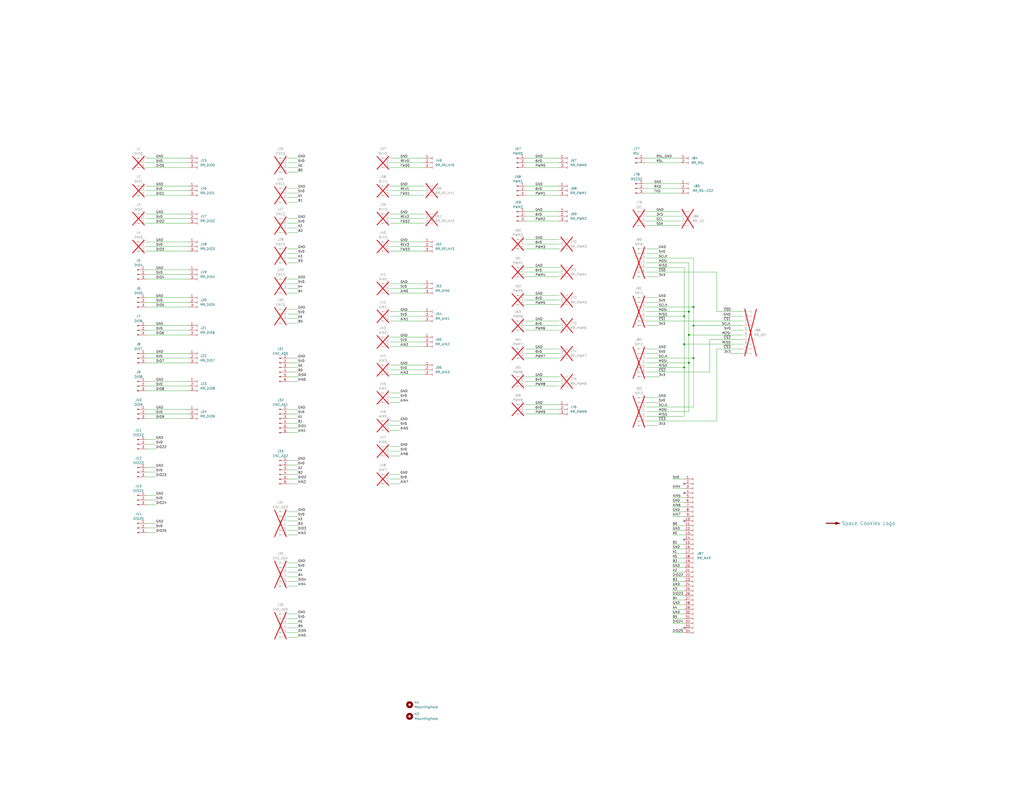
<source format=kicad_sch>
(kicad_sch (version 20250114) (generator "eeschema") (generator_version "9.0")
  (paper "C")
  (title_block (title "roboRIO Inteface") (date "2025-12-31") (rev "3") (company "1868 Space Cookies"))
  (junction (at 375.92 198.12))
  (junction (at 378.46 195.58))
  (junction (at 373.38 187.96))
  (junction (at 373.38 200.66))
  (junction (at 373.38 172.72))
  (junction (at 378.46 177.8))
  (junction (at 375.92 182.88))
  (junction (at 375.92 170.18))
  (junction (at 378.46 167.64))
  (no_connect (at 373.38 342.9))
  (no_connect (at 373.38 264.16))
  (no_connect (at 373.38 269.24))
  (no_connect (at 373.38 284.48))
  (no_connect (at 373.38 294.64))
  (wire (pts (xy 367.03 276.86) (xy 373.38 276.86)))
  (wire (pts (xy 391.16 170.18) (xy 391.16 148.59)))
  (wire (pts (xy 213.36 248.92) (xy 218.44 248.92)))
  (wire (pts (xy 157.48 105.41) (xy 162.56 105.41)))
  (wire (pts (xy 157.48 317.5) (xy 162.56 317.5)))
  (wire (pts (xy 157.48 124.46) (xy 162.56 124.46)))
  (wire (pts (xy 157.48 208.28) (xy 162.56 208.28)))
  (wire (pts (xy 353.06 162.56) (xy 359.41 162.56)))
  (wire (pts (xy 80.01 152.4) (xy 102.87 152.4)))
  (wire (pts (xy 387.35 185.42) (xy 387.35 203.2)))
  (wire (pts (xy 367.03 261.62) (xy 373.38 261.62)))
  (wire (pts (xy 157.48 347.98) (xy 162.56 347.98)))
  (wire (pts (xy 375.92 170.18) (xy 375.92 182.88)))
  (wire (pts (xy 373.38 146.05) (xy 373.38 172.72)))
  (wire (pts (xy 353.06 222.25) (xy 378.46 222.25)))
  (wire (pts (xy 353.06 146.05) (xy 373.38 146.05)))
  (wire (pts (xy 287.02 106.68) (xy 304.8 106.68)))
  (wire (pts (xy 157.48 261.62) (xy 162.56 261.62)))
  (wire (pts (xy 367.03 312.42) (xy 373.38 312.42)))
  (wire (pts (xy 213.36 154.94) (xy 231.14 154.94)))
  (wire (pts (xy 213.36 172.72) (xy 231.14 172.72)))
  (wire (pts (xy 213.36 157.48) (xy 231.14 157.48)))
  (wire (pts (xy 213.36 134.62) (xy 231.14 134.62)))
  (wire (pts (xy 387.35 185.42) (xy 405.13 185.42)))
  (wire (pts (xy 398.78 172.72) (xy 405.13 172.72)))
  (wire (pts (xy 367.03 340.36) (xy 373.38 340.36)))
  (wire (pts (xy 353.06 138.43) (xy 359.41 138.43)))
  (wire (pts (xy 353.06 229.87) (xy 391.16 229.87)))
  (wire (pts (xy 80.01 257.81) (xy 85.09 257.81)))
  (wire (pts (xy 157.48 345.44) (xy 162.56 345.44)))
  (wire (pts (xy 353.06 172.72) (xy 373.38 172.72)))
  (wire (pts (xy 80.01 270.51) (xy 85.09 270.51)))
  (wire (pts (xy 80.01 223.52) (xy 102.87 223.52)))
  (wire (pts (xy 367.03 302.26) (xy 373.38 302.26)))
  (wire (pts (xy 287.02 163.83) (xy 304.8 163.83)))
  (wire (pts (xy 157.48 135.89) (xy 162.56 135.89)))
  (wire (pts (xy 353.06 170.18) (xy 375.92 170.18)))
  (wire (pts (xy 353.06 177.8) (xy 359.41 177.8)))
  (wire (pts (xy 157.48 205.74) (xy 162.56 205.74)))
  (wire (pts (xy 157.48 110.49) (xy 162.56 110.49)))
  (wire (pts (xy 157.48 287.02) (xy 162.56 287.02)))
  (wire (pts (xy 80.01 195.58) (xy 102.87 195.58)))
  (wire (pts (xy 157.48 143.51) (xy 162.56 143.51)))
  (wire (pts (xy 367.03 307.34) (xy 373.38 307.34)))
  (wire (pts (xy 213.36 199.39) (xy 231.14 199.39)))
  (wire (pts (xy 157.48 140.97) (xy 162.56 140.97)))
  (wire (pts (xy 367.03 335.28) (xy 373.38 335.28)))
  (wire (pts (xy 157.48 289.56) (xy 162.56 289.56)))
  (wire (pts (xy 353.06 175.26) (xy 405.13 175.26)))
  (wire (pts (xy 373.38 187.96) (xy 373.38 200.66)))
  (wire (pts (xy 80.01 86.36) (xy 102.87 86.36)))
  (wire (pts (xy 80.01 285.75) (xy 85.09 285.75)))
  (wire (pts (xy 157.48 154.94) (xy 162.56 154.94)))
  (wire (pts (xy 157.48 307.34) (xy 162.56 307.34)))
  (wire (pts (xy 213.36 232.41) (xy 218.44 232.41)))
  (wire (pts (xy 213.36 204.47) (xy 231.14 204.47)))
  (wire (pts (xy 157.48 337.82) (xy 162.56 337.82)))
  (wire (pts (xy 287.02 133.35) (xy 304.8 133.35)))
  (wire (pts (xy 157.48 171.45) (xy 162.56 171.45)))
  (wire (pts (xy 213.36 119.38) (xy 231.14 119.38)))
  (wire (pts (xy 351.79 100.33) (xy 370.84 100.33)))
  (wire (pts (xy 213.36 264.16) (xy 218.44 264.16)))
  (wire (pts (xy 213.36 184.15) (xy 231.14 184.15)))
  (wire (pts (xy 80.01 180.34) (xy 102.87 180.34)))
  (wire (pts (xy 287.02 130.81) (xy 304.8 130.81)))
  (wire (pts (xy 80.01 242.57) (xy 85.09 242.57)))
  (wire (pts (xy 213.36 132.08) (xy 231.14 132.08)))
  (wire (pts (xy 80.01 275.59) (xy 85.09 275.59)))
  (wire (pts (xy 353.06 227.33) (xy 373.38 227.33)))
  (wire (pts (xy 367.03 314.96) (xy 373.38 314.96)))
  (wire (pts (xy 80.01 88.9) (xy 102.87 88.9)))
  (wire (pts (xy 157.48 107.95) (xy 162.56 107.95)))
  (wire (pts (xy 353.06 148.59) (xy 391.16 148.59)))
  (wire (pts (xy 367.03 337.82) (xy 373.38 337.82)))
  (wire (pts (xy 351.79 88.9) (xy 370.84 88.9)))
  (wire (pts (xy 213.36 259.08) (xy 218.44 259.08)))
  (wire (pts (xy 287.02 91.44) (xy 304.8 91.44)))
  (wire (pts (xy 157.48 88.9) (xy 162.56 88.9)))
  (wire (pts (xy 391.16 170.18) (xy 405.13 170.18)))
  (wire (pts (xy 213.36 261.62) (xy 218.44 261.62)))
  (wire (pts (xy 287.02 161.29) (xy 304.8 161.29)))
  (wire (pts (xy 287.02 120.65) (xy 304.8 120.65)))
  (wire (pts (xy 353.06 200.66) (xy 373.38 200.66)))
  (wire (pts (xy 367.03 266.7) (xy 373.38 266.7)))
  (wire (pts (xy 353.06 195.58) (xy 378.46 195.58)))
  (wire (pts (xy 353.06 193.04) (xy 359.41 193.04)))
  (wire (pts (xy 287.02 88.9) (xy 304.8 88.9)))
  (wire (pts (xy 157.48 160.02) (xy 162.56 160.02)))
  (wire (pts (xy 373.38 187.96) (xy 405.13 187.96)))
  (wire (pts (xy 157.48 314.96) (xy 162.56 314.96)))
  (wire (pts (xy 367.03 304.8) (xy 373.38 304.8)))
  (wire (pts (xy 80.01 116.84) (xy 102.87 116.84)))
  (wire (pts (xy 213.36 104.14) (xy 231.14 104.14)))
  (wire (pts (xy 353.06 123.19) (xy 370.84 123.19)))
  (wire (pts (xy 157.48 176.53) (xy 162.56 176.53)))
  (wire (pts (xy 353.06 140.97) (xy 378.46 140.97)))
  (wire (pts (xy 213.36 86.36) (xy 231.14 86.36)))
  (wire (pts (xy 157.48 281.94) (xy 162.56 281.94)))
  (wire (pts (xy 157.48 86.36) (xy 162.56 86.36)))
  (wire (pts (xy 80.01 260.35) (xy 85.09 260.35)))
  (wire (pts (xy 157.48 168.91) (xy 162.56 168.91)))
  (wire (pts (xy 157.48 254) (xy 162.56 254)))
  (wire (pts (xy 367.03 317.5) (xy 373.38 317.5)))
  (wire (pts (xy 367.03 274.32) (xy 373.38 274.32)))
  (wire (pts (xy 80.01 240.03) (xy 85.09 240.03)))
  (wire (pts (xy 378.46 140.97) (xy 378.46 167.64)))
  (wire (pts (xy 367.03 279.4) (xy 373.38 279.4)))
  (wire (pts (xy 80.01 208.28) (xy 102.87 208.28)))
  (wire (pts (xy 157.48 236.22) (xy 162.56 236.22)))
  (wire (pts (xy 378.46 167.64) (xy 378.46 177.8)))
  (wire (pts (xy 351.79 105.41) (xy 370.84 105.41)))
  (wire (pts (xy 157.48 226.06) (xy 162.56 226.06)))
  (wire (pts (xy 213.36 217.17) (xy 218.44 217.17)))
  (wire (pts (xy 157.48 157.48) (xy 162.56 157.48)))
  (wire (pts (xy 80.01 198.12) (xy 102.87 198.12)))
  (wire (pts (xy 80.01 290.83) (xy 85.09 290.83)))
  (wire (pts (xy 373.38 200.66) (xy 373.38 227.33)))
  (wire (pts (xy 213.36 229.87) (xy 218.44 229.87)))
  (wire (pts (xy 367.03 309.88) (xy 373.38 309.88)))
  (wire (pts (xy 353.06 120.65) (xy 370.84 120.65)))
  (wire (pts (xy 157.48 292.1) (xy 162.56 292.1)))
  (wire (pts (xy 353.06 205.74) (xy 359.41 205.74)))
  (wire (pts (xy 157.48 127) (xy 162.56 127)))
  (wire (pts (xy 287.02 208.28) (xy 304.8 208.28)))
  (wire (pts (xy 213.36 243.84) (xy 218.44 243.84)))
  (wire (pts (xy 353.06 198.12) (xy 375.92 198.12)))
  (wire (pts (xy 80.01 91.44) (xy 102.87 91.44)))
  (wire (pts (xy 157.48 203.2) (xy 162.56 203.2)))
  (wire (pts (xy 157.48 231.14) (xy 162.56 231.14)))
  (wire (pts (xy 367.03 332.74) (xy 373.38 332.74)))
  (wire (pts (xy 287.02 104.14) (xy 304.8 104.14)))
  (wire (pts (xy 80.01 288.29) (xy 85.09 288.29)))
  (wire (pts (xy 213.36 201.93) (xy 231.14 201.93)))
  (wire (pts (xy 213.36 121.92) (xy 231.14 121.92)))
  (wire (pts (xy 157.48 320.04) (xy 162.56 320.04)))
  (wire (pts (xy 157.48 138.43) (xy 162.56 138.43)))
  (wire (pts (xy 373.38 172.72) (xy 373.38 187.96)))
  (wire (pts (xy 367.03 299.72) (xy 373.38 299.72)))
  (wire (pts (xy 367.03 322.58) (xy 373.38 322.58)))
  (wire (pts (xy 213.36 106.68) (xy 231.14 106.68)))
  (wire (pts (xy 367.03 297.18) (xy 373.38 297.18)))
  (wire (pts (xy 157.48 195.58) (xy 162.56 195.58)))
  (wire (pts (xy 287.02 190.5) (xy 304.8 190.5)))
  (wire (pts (xy 157.48 102.87) (xy 162.56 102.87)))
  (wire (pts (xy 375.92 198.12) (xy 375.92 224.79)))
  (wire (pts (xy 287.02 205.74) (xy 304.8 205.74)))
  (wire (pts (xy 287.02 180.34) (xy 304.8 180.34)))
  (wire (pts (xy 375.92 182.88) (xy 405.13 182.88)))
  (wire (pts (xy 353.06 118.11) (xy 370.84 118.11)))
  (wire (pts (xy 213.36 234.95) (xy 218.44 234.95)))
  (wire (pts (xy 157.48 256.54) (xy 162.56 256.54)))
  (wire (pts (xy 367.03 287.02) (xy 373.38 287.02)))
  (wire (pts (xy 80.01 147.32) (xy 102.87 147.32)))
  (wire (pts (xy 287.02 166.37) (xy 304.8 166.37)))
  (wire (pts (xy 80.01 106.68) (xy 102.87 106.68)))
  (wire (pts (xy 367.03 281.94) (xy 373.38 281.94)))
  (wire (pts (xy 353.06 167.64) (xy 378.46 167.64)))
  (wire (pts (xy 213.36 116.84) (xy 231.14 116.84)))
  (wire (pts (xy 80.01 177.8) (xy 102.87 177.8)))
  (wire (pts (xy 353.06 190.5) (xy 359.41 190.5)))
  (wire (pts (xy 353.06 151.13) (xy 359.41 151.13)))
  (wire (pts (xy 213.36 175.26) (xy 231.14 175.26)))
  (wire (pts (xy 353.06 135.89) (xy 359.41 135.89)))
  (wire (pts (xy 80.01 137.16) (xy 102.87 137.16)))
  (wire (pts (xy 353.06 115.57) (xy 370.84 115.57)))
  (wire (pts (xy 80.01 167.64) (xy 102.87 167.64)))
  (wire (pts (xy 213.36 101.6) (xy 231.14 101.6)))
  (wire (pts (xy 367.03 327.66) (xy 373.38 327.66)))
  (wire (pts (xy 213.36 137.16) (xy 231.14 137.16)))
  (wire (pts (xy 80.01 101.6) (xy 102.87 101.6)))
  (wire (pts (xy 353.06 165.1) (xy 359.41 165.1)))
  (wire (pts (xy 157.48 251.46) (xy 162.56 251.46)))
  (wire (pts (xy 157.48 335.28) (xy 162.56 335.28)))
  (wire (pts (xy 157.48 198.12) (xy 162.56 198.12)))
  (wire (pts (xy 287.02 226.06) (xy 304.8 226.06)))
  (wire (pts (xy 80.01 149.86) (xy 102.87 149.86)))
  (wire (pts (xy 157.48 200.66) (xy 162.56 200.66)))
  (wire (pts (xy 287.02 151.13) (xy 304.8 151.13)))
  (wire (pts (xy 157.48 284.48) (xy 162.56 284.48)))
  (wire (pts (xy 80.01 134.62) (xy 102.87 134.62)))
  (wire (pts (xy 287.02 135.89) (xy 304.8 135.89)))
  (wire (pts (xy 287.02 115.57) (xy 304.8 115.57)))
  (wire (pts (xy 287.02 210.82) (xy 304.8 210.82)))
  (wire (pts (xy 287.02 101.6) (xy 304.8 101.6)))
  (wire (pts (xy 213.36 246.38) (xy 218.44 246.38)))
  (wire (pts (xy 353.06 232.41) (xy 359.41 232.41)))
  (wire (pts (xy 213.36 186.69) (xy 231.14 186.69)))
  (wire (pts (xy 80.01 162.56) (xy 102.87 162.56)))
  (wire (pts (xy 80.01 273.05) (xy 85.09 273.05)))
  (wire (pts (xy 287.02 193.04) (xy 304.8 193.04)))
  (wire (pts (xy 367.03 345.44) (xy 373.38 345.44)))
  (wire (pts (xy 157.48 119.38) (xy 162.56 119.38)))
  (wire (pts (xy 353.06 219.71) (xy 359.41 219.71)))
  (wire (pts (xy 351.79 86.36) (xy 370.84 86.36)))
  (wire (pts (xy 287.02 118.11) (xy 304.8 118.11)))
  (wire (pts (xy 80.01 210.82) (xy 102.87 210.82)))
  (wire (pts (xy 157.48 233.68) (xy 162.56 233.68)))
  (wire (pts (xy 353.06 143.51) (xy 375.92 143.51)))
  (wire (pts (xy 80.01 165.1) (xy 102.87 165.1)))
  (wire (pts (xy 213.36 189.23) (xy 231.14 189.23)))
  (wire (pts (xy 80.01 104.14) (xy 102.87 104.14)))
  (wire (pts (xy 353.06 203.2) (xy 387.35 203.2)))
  (wire (pts (xy 157.48 223.52) (xy 162.56 223.52)))
  (wire (pts (xy 287.02 177.8) (xy 304.8 177.8)))
  (wire (pts (xy 213.36 160.02) (xy 231.14 160.02)))
  (wire (pts (xy 213.36 170.18) (xy 231.14 170.18)))
  (wire (pts (xy 157.48 93.98) (xy 162.56 93.98)))
  (wire (pts (xy 80.01 182.88) (xy 102.87 182.88)))
  (wire (pts (xy 391.16 190.5) (xy 405.13 190.5)))
  (wire (pts (xy 378.46 195.58) (xy 378.46 222.25)))
  (wire (pts (xy 375.92 182.88) (xy 375.92 198.12)))
  (wire (pts (xy 378.46 177.8) (xy 378.46 195.58)))
  (wire (pts (xy 157.48 342.9) (xy 162.56 342.9)))
  (wire (pts (xy 375.92 143.51) (xy 375.92 170.18)))
  (wire (pts (xy 367.03 292.1) (xy 373.38 292.1)))
  (wire (pts (xy 80.01 121.92) (xy 102.87 121.92)))
  (wire (pts (xy 287.02 195.58) (xy 304.8 195.58)))
  (wire (pts (xy 80.01 132.08) (xy 102.87 132.08)))
  (wire (pts (xy 80.01 255.27) (xy 85.09 255.27)))
  (wire (pts (xy 378.46 177.8) (xy 405.13 177.8)))
  (wire (pts (xy 287.02 220.98) (xy 304.8 220.98)))
  (wire (pts (xy 213.36 219.71) (xy 218.44 219.71)))
  (wire (pts (xy 80.01 228.6) (xy 102.87 228.6)))
  (wire (pts (xy 287.02 86.36) (xy 304.8 86.36)))
  (wire (pts (xy 157.48 259.08) (xy 162.56 259.08)))
  (wire (pts (xy 353.06 224.79) (xy 375.92 224.79)))
  (wire (pts (xy 367.03 325.12) (xy 373.38 325.12)))
  (wire (pts (xy 213.36 214.63) (xy 218.44 214.63)))
  (wire (pts (xy 367.03 320.04) (xy 373.38 320.04)))
  (wire (pts (xy 157.48 279.4) (xy 162.56 279.4)))
  (wire (pts (xy 367.03 271.78) (xy 373.38 271.78)))
  (wire (pts (xy 157.48 91.44) (xy 162.56 91.44)))
  (wire (pts (xy 157.48 173.99) (xy 162.56 173.99)))
  (wire (pts (xy 353.06 217.17) (xy 359.41 217.17)))
  (wire (pts (xy 80.01 245.11) (xy 85.09 245.11)))
  (wire (pts (xy 391.16 190.5) (xy 391.16 229.87)))
  (wire (pts (xy 80.01 213.36) (xy 102.87 213.36)))
  (wire (pts (xy 351.79 102.87) (xy 370.84 102.87)))
  (wire (pts (xy 367.03 330.2) (xy 373.38 330.2)))
  (wire (pts (xy 157.48 312.42) (xy 162.56 312.42)))
  (wire (pts (xy 157.48 264.16) (xy 162.56 264.16)))
  (wire (pts (xy 398.78 180.34) (xy 405.13 180.34)))
  (wire (pts (xy 398.78 193.04) (xy 405.13 193.04)))
  (wire (pts (xy 80.01 193.04) (xy 102.87 193.04)))
  (wire (pts (xy 157.48 121.92) (xy 162.56 121.92)))
  (wire (pts (xy 80.01 119.38) (xy 102.87 119.38)))
  (wire (pts (xy 367.03 289.56) (xy 373.38 289.56)))
  (wire (pts (xy 213.36 88.9) (xy 231.14 88.9)))
  (wire (pts (xy 157.48 228.6) (xy 162.56 228.6)))
  (wire (pts (xy 157.48 152.4) (xy 162.56 152.4)))
  (wire (pts (xy 213.36 91.44) (xy 231.14 91.44)))
  (wire (pts (xy 157.48 340.36) (xy 162.56 340.36)))
  (wire (pts (xy 287.02 146.05) (xy 304.8 146.05)))
  (wire (pts (xy 287.02 148.59) (xy 304.8 148.59)))
  (wire (pts (xy 157.48 309.88) (xy 162.56 309.88)))
  (wire (pts (xy 287.02 175.26) (xy 304.8 175.26)))
  (wire (pts (xy 287.02 223.52) (xy 304.8 223.52)))
  (wire (pts (xy 80.01 226.06) (xy 102.87 226.06)))
  (label "GND" (at 292.1 161.29 0))
  (label "3V3" (at 359.41 151.13 0))
  (label "GND" (at 218.44 132.08 0))
  (label "5V0" (at 218.44 232.41 0))
  (label "RSL_GND" (at 358.14 86.36 0))
  (label "B2" (at 367.03 307.34 0))
  (label "PWM9" (at 292.1 226.06 0))
  (label "6V0" (at 292.1 163.83 0))
  (label "3V3" (at 398.78 193.04 180))
  (label "B3" (at 367.03 317.5 0))
  (label "B3" (at 162.56 287.02 0))
  (label "~{CS2}" (at 359.41 203.2 0))
  (label "AIN7" (at 218.44 264.16 0))
  (label "3V3" (at 359.41 177.8 0))
  (label "GND" (at 162.56 195.58 0))
  (label "B1" (at 162.56 231.14 0))
  (label "AIN0" (at 218.44 160.02 0))
  (label "DIO23" (at 85.09 260.35 0))
  (label "5V0" (at 367.03 261.62 0))
  (label "DIO25" (at 85.09 290.83 0))
  (label "SCLK" (at 359.41 140.97 0))
  (label "5V0" (at 162.56 138.43 0))
  (label "5V0" (at 162.56 154.94 0))
  (label "DIO3" (at 162.56 289.56 0))
  (label "5V0" (at 85.09 210.82 0))
  (label "GND" (at 292.1 86.36 0))
  (label "FWD0" (at 218.44 91.44 0))
  (label "DIO0" (at 85.09 91.44 0))
  (label "5V0" (at 359.41 193.04 0))
  (label "5V0" (at 162.56 309.88 0))
  (label "A5" (at 162.56 173.99 0))
  (label "REV0" (at 218.44 88.9 0))
  (label "5V0" (at 85.09 134.62 0))
  (label "5V0" (at 359.41 219.71 0))
  (label "B4" (at 162.56 160.02 0))
  (label "5V0" (at 85.09 165.1 0))
  (label "FWD2" (at 218.44 121.92 0))
  (label "5V0" (at 162.56 105.41 0))
  (label "DIO3" (at 85.09 137.16 0))
  (label "A1" (at 162.56 228.6 0))
  (label "A0" (at 162.56 200.66 0))
  (label "A3" (at 367.03 322.58 0))
  (label "DIO4" (at 85.09 152.4 0))
  (label "DIO2" (at 162.56 261.62 0))
  (label "5V0" (at 162.56 171.45 0))
  (label "AIN4" (at 367.03 266.7 0))
  (label "GND" (at 162.56 135.89 0))
  (label "5V0" (at 162.56 226.06 0))
  (label "GND" (at 85.09 255.27 0))
  (label "GND" (at 292.1 146.05 0))
  (label "GND" (at 85.09 270.51 0))
  (label "5V0" (at 85.09 149.86 0))
  (label "6V0" (at 292.1 88.9 0))
  (label "DIO24" (at 367.03 340.36 0))
  (label "5V0" (at 359.41 165.1 0))
  (label "GND" (at 218.44 184.15 0))
  (label "TXD" (at 356.87 105.41 0))
  (label "GND" (at 162.56 251.46 0))
  (label "5V0" (at 162.56 281.94 0))
  (label "GND" (at 218.44 199.39 0))
  (label "AIN6" (at 218.44 248.92 0))
  (label "GND" (at 218.44 243.84 0))
  (label "GND" (at 359.41 217.17 0))
  (label "AIN5" (at 218.44 234.95 0))
  (label "5V0" (at 85.09 226.06 0))
  (label "~{CS3}" (at 398.78 190.5 180))
  (label "GND" (at 359.41 162.56 0))
  (label "GND" (at 367.03 320.04 0))
  (label "AIN5" (at 367.03 271.78 0))
  (label "GND" (at 85.09 86.36 0))
  (label "6V0" (at 292.1 208.28 0))
  (label "~{CS0}" (at 398.78 170.18 180))
  (label "A0" (at 162.56 91.44 0))
  (label "AIN3" (at 218.44 204.47 0))
  (label "6V0" (at 292.1 133.35 0))
  (label "MOSI" (at 359.41 143.51 0))
  (label "B3" (at 162.56 143.51 0))
  (label "AIN1" (at 218.44 175.26 0))
  (label "5V0" (at 359.41 138.43 0))
  (label "GND" (at 85.09 223.52 0))
  (label "RXD" (at 356.87 102.87 0))
  (label "5V0" (at 85.09 257.81 0))
  (label "GND" (at 358.14 115.57 0))
  (label "GND" (at 359.41 135.89 0))
  (label "5V0" (at 218.44 217.17 0))
  (label "5V0" (at 218.44 186.69 0))
  (label "GND" (at 85.09 162.56 0))
  (label "GND" (at 162.56 168.91 0))
  (label "A1" (at 367.03 302.26 0))
  (label "GND" (at 218.44 86.36 0))
  (label "6V0" (at 292.1 148.59 0))
  (label "AIN7" (at 367.03 281.94 0))
  (label "5V0" (at 162.56 254 0))
  (label "6V0" (at 292.1 223.52 0))
  (label "GND" (at 218.44 214.63 0))
  (label "MISO" (at 359.41 227.33 0))
  (label "PWM1" (at 292.1 106.68 0))
  (label "GND" (at 218.44 101.6 0))
  (label "MOSI" (at 398.78 182.88 180))
  (label "~{CS3}" (at 359.41 229.87 0))
  (label "GND" (at 367.03 309.88 0))
  (label "3V3" (at 359.41 205.74 0))
  (label "A4" (at 367.03 332.74 0))
  (label "GND" (at 162.56 102.87 0))
  (label "DIO25" (at 367.03 345.44 0))
  (label "GND" (at 218.44 170.18 0))
  (label "REV3" (at 218.44 134.62 0))
  (label "DIO1" (at 162.56 233.68 0))
  (label "MOSI" (at 359.41 170.18 0))
  (label "AIN4" (at 162.56 320.04 0))
  (label "SDA" (at 358.14 123.19 0))
  (label "DIO5" (at 85.09 167.64 0))
  (label "AIN5" (at 162.56 347.98 0))
  (label "MOSI" (at 359.41 198.12 0))
  (label "SCLK" (at 398.78 177.8 180))
  (label "MISO" (at 398.78 187.96 180))
  (label "RSL" (at 358.14 88.9 0))
  (label "GND" (at 356.87 100.33 0))
  (label "5V0" (at 85.09 104.14 0))
  (label "B2" (at 162.56 127 0))
  (label "5V0" (at 162.56 88.9 0))
  (label "DIO6" (at 85.09 182.88 0))
  (label "GND" (at 162.56 279.4 0))
  (label "GND" (at 85.09 208.28 0))
  (label "5V0" (at 218.44 261.62 0))
  (label "SCLK" (at 359.41 195.58 0))
  (label "5V0" (at 398.78 180.34 180))
  (label "6V0" (at 292.1 104.14 0))
  (label "GND" (at 359.41 190.5 0))
  (label "GND" (at 292.1 205.74 0))
  (label "DIO22" (at 85.09 245.11 0))
  (label "AIN2" (at 218.44 189.23 0))
  (label "GND" (at 218.44 259.08 0))
  (label "5V0" (at 218.44 246.38 0))
  (label "FWD3" (at 218.44 137.16 0))
  (label "GND" (at 292.1 175.26 0))
  (label "GND" (at 85.09 101.6 0))
  (label "A4" (at 162.56 157.48 0))
  (label "PWM6" (at 292.1 180.34 0))
  (label "B4" (at 367.03 327.66 0))
  (label "B1" (at 367.03 297.18 0))
  (label "5V0" (at 85.09 242.57 0))
  (label "DIO1" (at 85.09 106.68 0))
  (label "PWM5" (at 292.1 166.37 0))
  (label "MOSI" (at 359.41 224.79 0))
  (label "GND" (at 367.03 274.32 0))
  (label "~{CS0}" (at 359.41 148.59 0))
  (label "A5" (at 162.56 340.36 0))
  (label "~{CS2}" (at 398.78 185.42 180))
  (label "6V0" (at 292.1 193.04 0))
  (label "6V0" (at 292.1 177.8 0))
  (label "GND" (at 162.56 223.52 0))
  (label "PWM7" (at 292.1 195.58 0))
  (label "DIO23" (at 367.03 325.12 0))
  (label "GND" (at 162.56 86.36 0))
  (label "A4" (at 162.56 312.42 0))
  (label "A0" (at 367.03 292.1 0))
  (label "GND" (at 162.56 152.4 0))
  (label "5V0" (at 85.09 88.9 0))
  (label "B5" (at 162.56 342.9 0))
  (label "B5" (at 367.03 337.82 0))
  (label "GND" (at 218.44 154.94 0))
  (label "5V0" (at 218.44 172.72 0))
  (label "PWM3" (at 292.1 135.89 0))
  (label "GND" (at 162.56 335.28 0))
  (label "AIN3" (at 162.56 292.1 0))
  (label "DIO5" (at 162.56 345.44 0))
  (label "B2" (at 162.56 259.08 0))
  (label "SCL" (at 358.14 120.65 0))
  (label "GND" (at 162.56 307.34 0))
  (label "MISO" (at 359.41 200.66 0))
  (label "GND" (at 367.03 335.28 0))
  (label "~{CS1}" (at 359.41 175.26 0))
  (label "GND" (at 292.1 190.5 0))
  (label "5V0" (at 85.09 119.38 0))
  (label "DIO22" (at 367.03 314.96 0))
  (label "AIN4" (at 218.44 219.71 0))
  (label "B5" (at 162.56 176.53 0))
  (label "B0" (at 367.03 287.02 0))
  (label "PWM0" (at 292.1 91.44 0))
  (label "B0" (at 162.56 93.98 0))
  (label "SCLK" (at 359.41 167.64 0))
  (label "GND" (at 85.09 132.08 0))
  (label "GND" (at 85.09 177.8 0))
  (label "PWM2" (at 292.1 120.65 0))
  (label "5V0" (at 218.44 201.93 0))
  (label "GND" (at 367.03 330.2 0))
  (label "5V0" (at 162.56 337.82 0))
  (label "GND" (at 85.09 285.75 0))
  (label "GND" (at 367.03 289.56 0))
  (label "GND" (at 218.44 229.87 0))
  (label "A3" (at 162.56 284.48 0))
  (label "A2" (at 367.03 312.42 0))
  (label "DIO24" (at 85.09 275.59 0))
  (label "6V0" (at 292.1 118.11 0))
  (label "GND" (at 292.1 220.98 0))
  (label "GND" (at 367.03 299.72 0))
  (label "5V0" (at 162.56 121.92 0))
  (label "GND" (at 218.44 116.84 0))
  (label "5V0" (at 162.56 198.12 0))
  (label "PWM4" (at 292.1 151.13 0))
  (label "REV2" (at 218.44 119.38 0))
  (label "PWM8" (at 292.1 210.82 0))
  (label "5V0" (at 85.09 273.05 0))
  (label "GND" (at 162.56 119.38 0))
  (label "AIN2" (at 162.56 264.16 0))
  (label "GND" (at 85.09 147.32 0))
  (label "GND" (at 292.1 130.81 0))
  (label "DIO4" (at 162.56 317.5 0))
  (label "MISO" (at 359.41 172.72 0))
  (label "AIN0" (at 162.56 208.28 0))
  (label "REV1" (at 218.44 104.14 0))
  (label "B0" (at 162.56 203.2 0))
  (label "MISO" (at 359.41 146.05 0))
  (label "B4" (at 162.56 314.96 0))
  (label "3V3" (at 358.14 118.11 0))
  (label "5V0" (at 218.44 157.48 0))
  (label "GND" (at 367.03 279.4 0))
  (label "A2" (at 162.56 124.46 0))
  (label "GND" (at 398.78 172.72 180))
  (label "GND" (at 292.1 101.6 0))
  (label "GND" (at 292.1 115.57 0))
  (label "5V0" (at 85.09 195.58 0))
  (label "DIO7" (at 85.09 198.12 0))
  (label "A5" (at 367.03 304.8 0))
  (label "~{CS1}" (at 398.78 175.26 180))
  (label "3V3" (at 359.41 232.41 0))
  (label "GND" (at 85.09 240.03 0))
  (label "DIO2" (at 85.09 121.92 0))
  (label "5V0" (at 85.09 288.29 0))
  (label "DIO8" (at 85.09 213.36 0))
  (label "SCLK" (at 359.41 222.25 0))
  (label "DIO9" (at 85.09 228.6 0))
  (label "FWD1" (at 218.44 106.68 0))
  (label "DIO0" (at 162.56 205.74 0))
  (label "5V0" (at 85.09 180.34 0))
  (label "A2" (at 162.56 256.54 0))
  (label "GND" (at 85.09 193.04 0))
  (label "A1" (at 162.56 107.95 0))
  (label "AIN6" (at 367.03 276.86 0))
  (label "GND" (at 85.09 116.84 0))
  (label "B1" (at 162.56 110.49 0))
  (label "AIN1" (at 162.56 236.22 0))
  (label "A3" (at 162.56 140.97 0))
  (symbol (lib_id "Connector:Conn_01x04_Male") (at 347.98 118.11 0) (unit 1) (dnp yes)
    (property "Reference" "J79" (at 348.615 110.49 0))
    (property "Value" "I2C" (at 348.615 113.03 0))
    (property "Footprint" "RRIB2:70541-0003" (effects (hide yes)))
    (property "MFG" "Molex" (effects (hide yes)))
    (property "MFG P/N" "0705410038" (effects (hide yes)))
    (property "DIST" "Digikey" (effects (hide yes)))
    (property "DIST P/N" "WM12790-ND" (effects (hide yes)))
  )
  (symbol (lib_id "Connector:Conn_01x02_Male") (at 346.71 86.36 0) (unit 1)
    (property "Reference" "J77" (at 347.345 81.28 0))
    (property "Value" "RSL" (at 347.345 83.82 0))
    (property "Footprint" "RRIB2:70541-0001" (effects (hide yes)))
    (property "MFG" "MOLEX" (effects (hide yes)))
    (property "MFG P/N" "0705410036" (effects (hide yes)))
    (property "DIST" "Digikey" (effects (hide yes)))
    (property "DIST P/N" "WM14049-ND" (effects (hide yes)))
  )
  (symbol (lib_id "Connector:Conn_01x03_Female") (at 107.95 195.58 0) (unit 1)
    (property "Reference" "J22" (at 109.22 194.3099 0) (effects (justify left)))
    (property "Value" "RR_DIO7" (at 109.22 196.8499 0) (effects (justify left)))
    (property "Footprint" "Connector_PinSocket_2.54mm:PinSocket_1x03_P2.54mm_Vertical" (effects (hide yes)))
    (property "MFG" "Sullins Connector Solutions" (effects (hide yes)))
    (property "MFG P/N" "PPTC031LFBN-RC" (effects (hide yes)))
    (property "DIST" "Digikey" (effects (hide yes)))
    (property "DIST P/N" "S7001-ND" (effects (hide yes)))
  )
  (symbol (lib_id "Connector:Conn_01x03_Female") (at 309.88 208.28 0) (unit 1) (dnp yes)
    (property "Reference" "J75" (at 311.15 207.0099 0) (effects (justify left)))
    (property "Value" "RR_PWM8" (at 311.15 209.5499 0) (effects (justify left)))
    (property "Footprint" "Connector_PinSocket_2.54mm:PinSocket_1x03_P2.54mm_Vertical" (effects (hide yes)))
    (property "MFG" "Sullins Connector Solutions" (effects (hide yes)))
    (property "MFG P/N" "PPTC031LFBN-RC" (effects (hide yes)))
    (property "DIST" "Digikey" (effects (hide yes)))
    (property "DIST P/N" "S7001-ND" (effects (hide yes)))
  )
  (symbol (lib_id "Connector:Conn_01x03_Female") (at 107.95 226.06 0) (unit 1)
    (property "Reference" "J24" (at 109.22 224.7899 0) (effects (justify left)))
    (property "Value" "RR_DIO9" (at 109.22 227.3299 0) (effects (justify left)))
    (property "Footprint" "Connector_PinSocket_2.54mm:PinSocket_1x03_P2.54mm_Vertical" (effects (hide yes)))
    (property "MFG" "Sullins Connector Solutions" (effects (hide yes)))
    (property "MFG P/N" "PPTC031LFBN-RC" (effects (hide yes)))
    (property "DIST" "Digikey" (effects (hide yes)))
    (property "DIST P/N" "S7001-ND" (effects (hide yes)))
  )
  (symbol (lib_id "Connector:Conn_01x03_Female") (at 236.22 134.62 0) (unit 1)
    (property "Reference" "J52" (at 237.49 133.3499 0) (effects (justify left)))
    (property "Value" "RR_RELAY3" (at 237.49 135.8899 0) (effects (justify left)))
    (property "Footprint" "Connector_PinSocket_2.54mm:PinSocket_1x03_P2.54mm_Vertical" (effects (hide yes)))
    (property "MFG" "Sullins Connector Solutions" (effects (hide yes)))
    (property "MFG P/N" "PPTC031LFBN-RC" (effects (hide yes)))
    (property "DIST" "Digikey" (effects (hide yes)))
    (property "DIST P/N" "S7001-ND" (effects (hide yes)))
  )
  (symbol (lib_id "Graphic:SYM_Arrow_Large") (at 454.66 285.75 0) (unit 1) (in_bom no)
    (property "Reference" "G1" (effects (hide yes)))
    (property "Value" "Space Cookies Logo" (at 459.232 285.75 0) (effects (font (size 1.905 1.905)) (justify left)))
    (property "Footprint" "RRIB_2:SPACE_COOKIES_LOGO_15mm" (effects (hide yes)))
    (property "Description" "Filled arrow, 300mil" (effects (hide yes)))
    (property "Sim.Enable" "0" (effects (hide yes)))
  )
  (symbol (lib_id "Connector:Conn_01x03_Female") (at 107.95 165.1 0) (unit 1)
    (property "Reference" "J20" (at 109.22 163.8299 0) (effects (justify left)))
    (property "Value" "RR_DIO5" (at 109.22 166.3699 0) (effects (justify left)))
    (property "Footprint" "Connector_PinSocket_2.54mm:PinSocket_1x03_P2.54mm_Vertical" (effects (hide yes)))
    (property "MFG" "Sullins Connector Solutions" (effects (hide yes)))
    (property "MFG P/N" "PPTC031LFBN-RC" (effects (hide yes)))
    (property "DIST" "Digikey" (effects (hide yes)))
    (property "DIST P/N" "S7001-ND" (effects (hide yes)))
  )
  (symbol (lib_id "Connector:Conn_01x03_Male") (at 281.94 118.11 0) (unit 1)
    (property "Reference" "J59" (at 282.575 110.49 0))
    (property "Value" "PWM2" (at 282.575 113.03 0))
    (property "Footprint" "RRIB2:70541-0002" (effects (hide yes)))
    (property "MFG" "Molex" (effects (hide yes)))
    (property "MFG P/N" "0705410037" (effects (hide yes)))
    (property "DIST" "Digikey" (effects (hide yes)))
    (property "DIST P/N" "WM20415-ND" (effects (hide yes)))
  )
  (symbol (lib_id "Connector:Conn_01x03_Female") (at 107.95 134.62 0) (unit 1)
    (property "Reference" "J18" (at 109.22 133.3499 0) (effects (justify left)))
    (property "Value" "RR_DIO3" (at 109.22 135.8899 0) (effects (justify left)))
    (property "Footprint" "Connector_PinSocket_2.54mm:PinSocket_1x03_P2.54mm_Vertical" (effects (hide yes)))
    (property "MFG" "Sullins Connector Solutions" (effects (hide yes)))
    (property "MFG P/N" "PPTC031LFBN-RC" (effects (hide yes)))
    (property "DIST" "Digikey" (effects (hide yes)))
    (property "DIST P/N" "S7001-ND" (effects (hide yes)))
  )
  (symbol (lib_id "Connector:Conn_01x34_Female") (at 378.46 302.26 0) (unit 1)
    (property "Reference" "J87" (at 380.365 302.2599 0) (effects (justify left)))
    (property "Value" "RR_MXP" (at 380.365 304.7999 0) (effects (justify left)))
    (property "Footprint" "Connector_PinSocket_2.54mm:PinSocket_2x17_P2.54mm_Vertical" (effects (hide yes)))
    (property "MFG" "Sullins Connector Solutions" (effects (hide yes)))
    (property "MFG P/N" "SFH11-PBPC-D17-ST-BK" (effects (hide yes)))
    (property "DIST" "Digikey" (effects (hide yes)))
    (property "DIST P/N" "S9199-ND" (effects (hide yes)))
  )
  (symbol (lib_id "Connector:Conn_01x04_Male") (at 152.4 105.41 0) (unit 1) (dnp yes)
    (property "Reference" "J26" (at 153.035 97.79 0))
    (property "Value" "ENC1" (at 153.035 100.33 0))
    (property "Footprint" "RRIB2:70541-0003" (effects (hide yes)))
    (property "MFG" "Molex" (effects (hide yes)))
    (property "MFG P/N" "0705410038" (effects (hide yes)))
    (property "DIST" "Digikey" (effects (hide yes)))
    (property "DIST P/N" "WM12790-ND" (effects (hide yes)))
  )
  (symbol (lib_id "Connector:Conn_01x04_Male") (at 152.4 154.94 0) (unit 1) (dnp yes)
    (property "Reference" "J29" (at 153.035 147.32 0))
    (property "Value" "ENC4" (at 153.035 149.86 0))
    (property "Footprint" "RRIB2:70541-0003" (effects (hide yes)))
    (property "MFG" "Molex" (effects (hide yes)))
    (property "MFG P/N" "0705410038" (effects (hide yes)))
    (property "DIST" "Digikey" (effects (hide yes)))
    (property "DIST P/N" "WM12790-ND" (effects (hide yes)))
  )
  (symbol (lib_id "Connector:Conn_01x03_Male") (at 281.94 208.28 0) (unit 1) (dnp yes)
    (property "Reference" "J65" (at 282.575 200.66 0))
    (property "Value" "PWM8" (at 282.575 203.2 0))
    (property "Footprint" "RRIB2:70541-0002" (effects (hide yes)))
    (property "MFG" "Molex" (effects (hide yes)))
    (property "MFG P/N" "0705410037" (effects (hide yes)))
    (property "DIST" "Digikey" (effects (hide yes)))
    (property "DIST P/N" "WM20415-ND" (effects (hide yes)))
  )
  (symbol (lib_id "Connector:Conn_01x03_Female") (at 309.88 177.8 0) (unit 1) (dnp yes)
    (property "Reference" "J73" (at 311.15 176.5299 0) (effects (justify left)))
    (property "Value" "RR_PWM6" (at 311.15 179.0699 0) (effects (justify left)))
    (property "Footprint" "Connector_PinSocket_2.54mm:PinSocket_1x03_P2.54mm_Vertical" (effects (hide yes)))
    (property "MFG" "Sullins Connector Solutions" (effects (hide yes)))
    (property "MFG P/N" "PPTC031LFBN-RC" (effects (hide yes)))
    (property "DIST" "Digikey" (effects (hide yes)))
    (property "DIST P/N" "S7001-ND" (effects (hide yes)))
  )
  (symbol (lib_id "Connector:Conn_01x06_Male") (at 152.4 200.66 0) (unit 1)
    (property "Reference" "J31" (at 153.035 190.5 0))
    (property "Value" "ENC_AD0" (at 153.035 193.04 0))
    (property "Footprint" "RRIB2:70541-0005" (effects (hide yes)))
    (property "MFG" "Molex" (effects (hide yes)))
    (property "MFG P/N" "070541-0039" (effects (hide yes)))
    (property "DIST" "Mouser" (effects (hide yes)))
    (property "DIST P/N" "538-70541-0039 " (effects (hide yes)))
  )
  (symbol (lib_id "Connector:Conn_01x06_Male") (at 152.4 340.36 0) (unit 1) (dnp yes)
    (property "Reference" "J36" (at 153.035 330.2 0))
    (property "Value" "ENC_AD5" (at 153.035 332.74 0))
    (property "Footprint" "RRIB2:70541-0005" (effects (hide yes)))
    (property "MFG" "Molex" (effects (hide yes)))
    (property "MFG P/N" "070541-0039" (effects (hide yes)))
    (property "DIST" "Mouser" (effects (hide yes)))
    (property "DIST P/N" "538-70541-0039 " (effects (hide yes)))
  )
  (symbol (lib_id "Mechanical:MountingHole") (at 223.52 384.81 0) (unit 1)
    (property "Reference" "H1" (at 226.06 383.5399 0) (effects (justify left)))
    (property "Value" "MountingHole" (at 226.06 386.0799 0) (effects (justify left)))
    (property "Footprint" "MountingHole:MountingHole_3.2mm_M3" (effects (hide yes)))
  )
  (symbol (lib_id "Connector:Conn_01x03_Male") (at 208.28 217.17 0) (unit 1) (dnp yes)
    (property "Reference" "J45" (at 208.915 209.55 0))
    (property "Value" "AIN4" (at 208.915 212.09 0))
    (property "Footprint" "RRIB2:70541-0002" (effects (hide yes)))
    (property "MFG" "Molex" (effects (hide yes)))
    (property "MFG P/N" "0705410037" (effects (hide yes)))
    (property "DIST" "Digikey" (effects (hide yes)))
    (property "DIST P/N" "WM20415-ND" (effects (hide yes)))
  )
  (symbol (lib_id "Connector:Conn_01x06_Male") (at 152.4 284.48 0) (unit 1) (dnp yes)
    (property "Reference" "J34" (at 153.035 274.32 0))
    (property "Value" "ENC_AD3" (at 153.035 276.86 0))
    (property "Footprint" "RRIB2:70541-0005" (effects (hide yes)))
    (property "MFG" "Molex" (effects (hide yes)))
    (property "MFG P/N" "070541-0039" (effects (hide yes)))
    (property "DIST" "Mouser" (effects (hide yes)))
    (property "DIST P/N" "538-70541-0039 " (effects (hide yes)))
  )
  (symbol (lib_id "Connector:Conn_01x03_Male") (at 74.93 149.86 0) (unit 1)
    (property "Reference" "J5" (at 75.565 142.24 0))
    (property "Value" "DIO4" (at 75.565 144.78 0))
    (property "Footprint" "RRIB2:70541-0002" (effects (hide yes)))
    (property "MFG" "Molex" (effects (hide yes)))
    (property "MFG P/N" "0705410037" (effects (hide yes)))
    (property "DIST" "Digikey" (effects (hide yes)))
    (property "DIST P/N" "WM20415-ND" (effects (hide yes)))
  )
  (symbol (lib_id "Connector:Conn_01x04_Male") (at 152.4 121.92 0) (unit 1) (dnp yes)
    (property "Reference" "J27" (at 153.035 114.3 0))
    (property "Value" "ENC2" (at 153.035 116.84 0))
    (property "Footprint" "RRIB2:70541-0003" (effects (hide yes)))
    (property "MFG" "Molex" (effects (hide yes)))
    (property "MFG P/N" "0705410038" (effects (hide yes)))
    (property "DIST" "Digikey" (effects (hide yes)))
    (property "DIST P/N" "WM12790-ND" (effects (hide yes)))
  )
  (symbol (lib_id "Connector:Conn_01x06_Male") (at 152.4 256.54 0) (unit 1)
    (property "Reference" "J33" (at 153.035 246.38 0))
    (property "Value" "ENC_AD2" (at 153.035 248.92 0))
    (property "Footprint" "RRIB2:70541-0005" (effects (hide yes)))
    (property "MFG" "Molex" (effects (hide yes)))
    (property "MFG P/N" "070541-0039" (effects (hide yes)))
    (property "DIST" "Mouser" (effects (hide yes)))
    (property "DIST P/N" "538-70541-0039 " (effects (hide yes)))
  )
  (symbol (lib_id "Connector:Conn_01x03_Female") (at 107.95 88.9 0) (unit 1)
    (property "Reference" "J15" (at 109.22 87.6299 0) (effects (justify left)))
    (property "Value" "RR_DIO0" (at 109.22 90.1699 0) (effects (justify left)))
    (property "Footprint" "Connector_PinSocket_2.54mm:PinSocket_1x03_P2.54mm_Vertical" (effects (hide yes)))
    (property "MFG" "Sullins Connector Solutions" (effects (hide yes)))
    (property "MFG P/N" "PPTC031LFBN-RC" (effects (hide yes)))
    (property "DIST" "Digikey" (effects (hide yes)))
    (property "DIST P/N" "S7001-ND" (effects (hide yes)))
  )
  (symbol (lib_id "Connector:Conn_01x07_Male") (at 347.98 198.12 0) (unit 1) (dnp yes)
    (property "Reference" "J82" (at 348.615 185.42 0))
    (property "Value" "SPI2" (at 348.615 187.96 0))
    (property "Footprint" "RRIB2:70541-0006" (effects (hide yes)))
    (property "MFG P/N" "070541-0006" (effects (hide yes)))
    (property "MFG" "MOLEX" (effects (hide yes)))
    (property "DIST" "Digikey" (effects (hide yes)))
    (property "DIST P/N" "0705410006-ND" (effects (hide yes)))
  )
  (symbol (lib_id "Connector:Conn_01x03_Male") (at 74.93 88.9 0) (unit 1) (dnp yes)
    (property "Reference" "J1" (at 75.565 81.28 0))
    (property "Value" "DIO0" (at 75.565 83.82 0))
    (property "Footprint" "RRIB2:70541-0002" (effects (hide yes)))
    (property "MFG" "Molex" (effects (hide yes)))
    (property "MFG P/N" "0705410037" (effects (hide yes)))
    (property "DIST" "Digikey" (effects (hide yes)))
    (property "DIST P/N" "WM20415-ND" (effects (hide yes)))
  )
  (symbol (lib_id "Connector:Conn_01x04_Male") (at 152.4 138.43 0) (unit 1) (dnp yes)
    (property "Reference" "J28" (at 153.035 130.81 0))
    (property "Value" "ENC3" (at 153.035 133.35 0))
    (property "Footprint" "RRIB2:70541-0003" (effects (hide yes)))
    (property "MFG" "Molex" (effects (hide yes)))
    (property "MFG P/N" "0705410038" (effects (hide yes)))
    (property "DIST" "Digikey" (effects (hide yes)))
    (property "DIST P/N" "WM12790-ND" (effects (hide yes)))
  )
  (symbol (lib_id "Connector:Conn_01x03_Male") (at 281.94 193.04 0) (unit 1) (dnp yes)
    (property "Reference" "J64" (at 282.575 185.42 0))
    (property "Value" "PWM7" (at 282.575 187.96 0))
    (property "Footprint" "RRIB2:70541-0002" (effects (hide yes)))
    (property "MFG" "Molex" (effects (hide yes)))
    (property "MFG P/N" "0705410037" (effects (hide yes)))
    (property "DIST" "Digikey" (effects (hide yes)))
    (property "DIST P/N" "WM20415-ND" (effects (hide yes)))
  )
  (symbol (lib_id "Connector:Conn_01x03_Male") (at 208.28 261.62 0) (unit 1) (dnp yes)
    (property "Reference" "J48" (at 208.915 254 0))
    (property "Value" "AIN7" (at 208.915 256.54 0))
    (property "Footprint" "RRIB2:70541-0002" (effects (hide yes)))
    (property "MFG" "Molex" (effects (hide yes)))
    (property "MFG P/N" "0705410037" (effects (hide yes)))
    (property "DIST" "Digikey" (effects (hide yes)))
    (property "DIST P/N" "WM20415-ND" (effects (hide yes)))
  )
  (symbol (lib_id "Connector:Conn_01x03_Female") (at 309.88 104.14 0) (unit 1)
    (property "Reference" "J68" (at 311.15 102.8699 0) (effects (justify left)))
    (property "Value" "RR_PWM1" (at 311.15 105.4099 0) (effects (justify left)))
    (property "Footprint" "Connector_PinSocket_2.54mm:PinSocket_1x03_P2.54mm_Vertical" (effects (hide yes)))
    (property "MFG" "Sullins Connector Solutions" (effects (hide yes)))
    (property "MFG P/N" "PPTC031LFBN-RC" (effects (hide yes)))
    (property "DIST" "Digikey" (effects (hide yes)))
    (property "DIST P/N" "S7001-ND" (effects (hide yes)))
  )
  (symbol (lib_id "Connector:Conn_01x03_Female") (at 107.95 104.14 0) (unit 1)
    (property "Reference" "J16" (at 109.22 102.8699 0) (effects (justify left)))
    (property "Value" "RR_DIO1" (at 109.22 105.4099 0) (effects (justify left)))
    (property "Footprint" "Connector_PinSocket_2.54mm:PinSocket_1x03_P2.54mm_Vertical" (effects (hide yes)))
    (property "MFG" "Sullins Connector Solutions" (effects (hide yes)))
    (property "MFG P/N" "PPTC031LFBN-RC" (effects (hide yes)))
    (property "DIST" "Digikey" (effects (hide yes)))
    (property "DIST P/N" "S7001-ND" (effects (hide yes)))
  )
  (symbol (lib_id "Connector:Conn_01x03_Female") (at 375.92 102.87 0) (unit 1)
    (property "Reference" "J85" (at 378.46 101.6 0) (effects (justify left)))
    (property "Value" "RR_RS-232" (at 377.825 104.1399 0) (effects (justify left)))
    (property "Footprint" "Connector_PinSocket_2.54mm:PinSocket_1x03_P2.54mm_Vertical" (effects (hide yes)))
    (property "MFG" "Sullins Connector Solutions" (effects (hide yes)))
    (property "MFG P/N" "PPTC031LFBN-RC" (effects (hide yes)))
    (property "DIST" "Digikey" (effects (hide yes)))
    (property "DIST P/N" "S7001-ND" (effects (hide yes)))
  )
  (symbol (lib_id "Connector:Conn_01x03_Male") (at 74.93 180.34 0) (unit 1)
    (property "Reference" "J7" (at 75.565 172.72 0))
    (property "Value" "DIO6" (at 75.565 175.26 0))
    (property "Footprint" "RRIB2:70541-0002" (effects (hide yes)))
    (property "MFG" "Molex" (effects (hide yes)))
    (property "MFG P/N" "0705410037" (effects (hide yes)))
    (property "DIST" "Digikey" (effects (hide yes)))
    (property "DIST P/N" "WM20415-ND" (effects (hide yes)))
  )
  (symbol (lib_id "Connector:Conn_01x03_Female") (at 309.88 148.59 0) (unit 1) (dnp yes)
    (property "Reference" "J71" (at 311.15 147.3199 0) (effects (justify left)))
    (property "Value" "RR_PWM4" (at 311.15 149.8599 0) (effects (justify left)))
    (property "Footprint" "Connector_PinSocket_2.54mm:PinSocket_1x03_P2.54mm_Vertical" (effects (hide yes)))
    (property "MFG" "Sullins Connector Solutions" (effects (hide yes)))
    (property "MFG P/N" "PPTC031LFBN-RC" (effects (hide yes)))
    (property "DIST" "Digikey" (effects (hide yes)))
    (property "DIST P/N" "S7001-ND" (effects (hide yes)))
  )
  (symbol (lib_id "Connector:Conn_01x03_Male") (at 208.28 157.48 0) (unit 1) (dnp yes)
    (property "Reference" "J41" (at 208.915 149.86 0))
    (property "Value" "AIN0" (at 208.915 152.4 0))
    (property "Footprint" "RRIB2:70541-0002" (effects (hide yes)))
    (property "MFG" "Molex" (effects (hide yes)))
    (property "MFG P/N" "0705410037" (effects (hide yes)))
    (property "DIST" "Digikey" (effects (hide yes)))
    (property "DIST P/N" "WM20415-ND" (effects (hide yes)))
  )
  (symbol (lib_id "Connector:Conn_01x06_Male") (at 152.4 228.6 0) (unit 1)
    (property "Reference" "J32" (at 153.035 218.44 0))
    (property "Value" "ENC_AD1" (at 153.035 220.98 0))
    (property "Footprint" "RRIB2:70541-0005" (effects (hide yes)))
    (property "MFG" "Molex" (effects (hide yes)))
    (property "MFG P/N" "070541-0039" (effects (hide yes)))
    (property "DIST" "Mouser" (effects (hide yes)))
    (property "DIST P/N" "538-70541-0039 " (effects (hide yes)))
  )
  (symbol (lib_id "Connector:Conn_01x03_Male") (at 74.93 119.38 0) (unit 1) (dnp yes)
    (property "Reference" "J3" (at 75.565 111.76 0))
    (property "Value" "DIO2" (at 75.565 114.3 0))
    (property "Footprint" "RRIB2:70541-0002" (effects (hide yes)))
    (property "MFG" "Molex" (effects (hide yes)))
    (property "MFG P/N" "0705410037" (effects (hide yes)))
    (property "DIST" "Digikey" (effects (hide yes)))
    (property "DIST P/N" "WM20415-ND" (effects (hide yes)))
  )
  (symbol (lib_id "Connector:Conn_01x03_Male") (at 281.94 133.35 0) (unit 1) (dnp yes)
    (property "Reference" "J60" (at 282.575 125.73 0))
    (property "Value" "PWM3" (at 282.575 128.27 0))
    (property "Footprint" "RRIB2:70541-0002" (effects (hide yes)))
    (property "MFG" "Molex" (effects (hide yes)))
    (property "MFG P/N" "0705410037" (effects (hide yes)))
    (property "DIST" "Digikey" (effects (hide yes)))
    (property "DIST P/N" "WM20415-ND" (effects (hide yes)))
  )
  (symbol (lib_id "Connector:Conn_01x03_Female") (at 107.95 119.38 0) (unit 1)
    (property "Reference" "J17" (at 109.22 118.1099 0) (effects (justify left)))
    (property "Value" "RR_DIO2" (at 109.22 120.6499 0) (effects (justify left)))
    (property "Footprint" "Connector_PinSocket_2.54mm:PinSocket_1x03_P2.54mm_Vertical" (effects (hide yes)))
    (property "MFG" "Sullins Connector Solutions" (effects (hide yes)))
    (property "MFG P/N" "PPTC031LFBN-RC" (effects (hide yes)))
    (property "DIST" "Digikey" (effects (hide yes)))
    (property "DIST P/N" "S7001-ND" (effects (hide yes)))
  )
  (symbol (lib_id "Connector:Conn_01x03_Female") (at 236.22 201.93 0) (unit 1)
    (property "Reference" "J56" (at 237.49 200.6599 0) (effects (justify left)))
    (property "Value" "RR_AIN3" (at 237.49 203.1999 0) (effects (justify left)))
    (property "Footprint" "Connector_PinSocket_2.54mm:PinSocket_1x03_P2.54mm_Vertical" (effects (hide yes)))
    (property "MFG" "Sullins Connector Solutions" (effects (hide yes)))
    (property "MFG P/N" "PPTC031LFBN-RC" (effects (hide yes)))
    (property "DIST" "Digikey" (effects (hide yes)))
    (property "DIST P/N" "S7001-ND" (effects (hide yes)))
  )
  (symbol (lib_id "Connector:Conn_01x04_Male") (at 152.4 88.9 0) (unit 1) (dnp yes)
    (property "Reference" "J25" (at 153.035 81.28 0))
    (property "Value" "ENC0" (at 153.035 83.82 0))
    (property "Footprint" "RRIB2:70541-0003" (effects (hide yes)))
    (property "MFG" "Molex" (effects (hide yes)))
    (property "MFG P/N" "0705410038" (effects (hide yes)))
    (property "DIST" "Digikey" (effects (hide yes)))
    (property "DIST P/N" "WM12790-ND" (effects (hide yes)))
  )
  (symbol (lib_id "Connector:Conn_01x03_Female") (at 236.22 104.14 0) (unit 1) (dnp yes)
    (property "Reference" "J50" (at 237.49 102.8699 0) (effects (justify left)))
    (property "Value" "RR_RELAY1" (at 237.49 105.4099 0) (effects (justify left)))
    (property "Footprint" "Connector_PinSocket_2.54mm:PinSocket_1x03_P2.54mm_Vertical" (effects (hide yes)))
    (property "MFG" "Sullins Connector Solutions" (effects (hide yes)))
    (property "MFG P/N" "PPTC031LFBN-RC" (effects (hide yes)))
    (property "DIST" "Digikey" (effects (hide yes)))
    (property "DIST P/N" "S7001-ND" (effects (hide yes)))
  )
  (symbol (lib_id "Connector:Conn_01x03_Male") (at 208.28 172.72 0) (unit 1) (dnp yes)
    (property "Reference" "J42" (at 208.915 165.1 0))
    (property "Value" "AIN1" (at 208.915 167.64 0))
    (property "Footprint" "RRIB2:70541-0002" (effects (hide yes)))
    (property "MFG" "Molex" (effects (hide yes)))
    (property "MFG P/N" "0705410037" (effects (hide yes)))
    (property "DIST" "Digikey" (effects (hide yes)))
    (property "DIST P/N" "WM20415-ND" (effects (hide yes)))
  )
  (symbol (lib_id "Connector:Conn_01x03_Male") (at 281.94 104.14 0) (unit 1)
    (property "Reference" "J58" (at 282.575 96.52 0))
    (property "Value" "PWM1" (at 282.575 99.06 0))
    (property "Footprint" "RRIB2:70541-0002" (effects (hide yes)))
    (property "MFG" "Molex" (effects (hide yes)))
    (property "MFG P/N" "0705410037" (effects (hide yes)))
    (property "DIST" "Digikey" (effects (hide yes)))
    (property "DIST P/N" "WM20415-ND" (effects (hide yes)))
  )
  (symbol (lib_id "Mechanical:MountingHole") (at 223.52 391.16 0) (unit 1)
    (property "Reference" "H2" (at 226.06 389.8899 0) (effects (justify left)))
    (property "Value" "MountingHole" (at 226.06 392.4299 0) (effects (justify left)))
    (property "Footprint" "MountingHole:MountingHole_3.2mm_M3" (effects (hide yes)))
  )
  (symbol (lib_id "Connector:Conn_01x03_Male") (at 208.28 119.38 0) (unit 1) (dnp yes)
    (property "Reference" "J39" (at 208.915 111.76 0))
    (property "Value" "RLY2" (at 208.915 114.3 0))
    (property "Footprint" "RRIB2:70541-0002" (effects (hide yes)))
    (property "MFG" "Molex" (effects (hide yes)))
    (property "MFG P/N" "0705410037" (effects (hide yes)))
    (property "DIST" "Digikey" (effects (hide yes)))
    (property "DIST P/N" "WM20415-ND" (effects (hide yes)))
  )
  (symbol (lib_id "Connector:Conn_01x03_Female") (at 236.22 186.69 0) (unit 1)
    (property "Reference" "J55" (at 237.49 185.4199 0) (effects (justify left)))
    (property "Value" "RR_AIN2" (at 237.49 187.9599 0) (effects (justify left)))
    (property "Footprint" "Connector_PinSocket_2.54mm:PinSocket_1x03_P2.54mm_Vertical" (effects (hide yes)))
    (property "MFG" "Sullins Connector Solutions" (effects (hide yes)))
    (property "MFG P/N" "PPTC031LFBN-RC" (effects (hide yes)))
    (property "DIST" "Digikey" (effects (hide yes)))
    (property "DIST P/N" "S7001-ND" (effects (hide yes)))
  )
  (symbol (lib_id "Connector:Conn_01x03_Male") (at 208.28 201.93 0) (unit 1) (dnp yes)
    (property "Reference" "J44" (at 208.915 194.31 0))
    (property "Value" "AIN3" (at 208.915 196.85 0))
    (property "Footprint" "RRIB2:70541-0002" (effects (hide yes)))
    (property "MFG" "Molex" (effects (hide yes)))
    (property "MFG P/N" "0705410037" (effects (hide yes)))
    (property "DIST" "Digikey" (effects (hide yes)))
    (property "DIST P/N" "WM20415-ND" (effects (hide yes)))
  )
  (symbol (lib_id "Connector:Conn_01x03_Female") (at 107.95 210.82 0) (unit 1)
    (property "Reference" "J23" (at 109.22 209.5499 0) (effects (justify left)))
    (property "Value" "RR_DIO8" (at 109.22 212.0899 0) (effects (justify left)))
    (property "Footprint" "Connector_PinSocket_2.54mm:PinSocket_1x03_P2.54mm_Vertical" (effects (hide yes)))
    (property "MFG" "Sullins Connector Solutions" (effects (hide yes)))
    (property "MFG P/N" "PPTC031LFBN-RC" (effects (hide yes)))
    (property "DIST" "Digikey" (effects (hide yes)))
    (property "DIST P/N" "S7001-ND" (effects (hide yes)))
  )
  (symbol (lib_id "Connector:Conn_01x07_Male") (at 347.98 170.18 0) (unit 1) (dnp yes)
    (property "Reference" "J81" (at 348.615 157.48 0))
    (property "Value" "SPI1" (at 348.615 160.02 0))
    (property "Footprint" "RRIB2:70541-0006" (effects (hide yes)))
    (property "MFG P/N" "070541-0006" (effects (hide yes)))
    (property "MFG" "MOLEX" (effects (hide yes)))
    (property "DIST" "Digikey" (effects (hide yes)))
    (property "DIST P/N" "0705410006-ND" (effects (hide yes)))
  )
  (symbol (lib_id "Connector:Conn_01x03_Male") (at 208.28 186.69 0) (unit 1) (dnp yes)
    (property "Reference" "J43" (at 208.915 179.07 0))
    (property "Value" "AIN2" (at 208.915 181.61 0))
    (property "Footprint" "RRIB2:70541-0002" (effects (hide yes)))
    (property "MFG" "Molex" (effects (hide yes)))
    (property "MFG P/N" "0705410037" (effects (hide yes)))
    (property "DIST" "Digikey" (effects (hide yes)))
    (property "DIST P/N" "WM20415-ND" (effects (hide yes)))
  )
  (symbol (lib_id "Connector:Conn_01x03_Male") (at 208.28 134.62 0) (unit 1) (dnp yes)
    (property "Reference" "J40" (at 208.915 127 0))
    (property "Value" "RLY3" (at 208.915 129.54 0))
    (property "Footprint" "RRIB2:70541-0002" (effects (hide yes)))
    (property "MFG" "Molex" (effects (hide yes)))
    (property "MFG P/N" "0705410037" (effects (hide yes)))
    (property "DIST" "Digikey" (effects (hide yes)))
    (property "DIST P/N" "WM20415-ND" (effects (hide yes)))
  )
  (symbol (lib_id "Connector:Conn_01x03_Male") (at 208.28 246.38 0) (unit 1) (dnp yes)
    (property "Reference" "J47" (at 208.915 238.76 0))
    (property "Value" "AIN6" (at 208.915 241.3 0))
    (property "Footprint" "RRIB2:70541-0002" (effects (hide yes)))
    (property "MFG" "Molex" (effects (hide yes)))
    (property "MFG P/N" "0705410037" (effects (hide yes)))
    (property "DIST" "Digikey" (effects (hide yes)))
    (property "DIST P/N" "WM20415-ND" (effects (hide yes)))
  )
  (symbol (lib_id "Connector:Conn_01x03_Female") (at 309.88 163.83 0) (unit 1) (dnp yes)
    (property "Reference" "J72" (at 311.15 162.5599 0) (effects (justify left)))
    (property "Value" "RR_PWM5" (at 311.15 165.0999 0) (effects (justify left)))
    (property "Footprint" "Connector_PinSocket_2.54mm:PinSocket_1x03_P2.54mm_Vertical" (effects (hide yes)))
    (property "MFG" "Sullins Connector Solutions" (effects (hide yes)))
    (property "MFG P/N" "PPTC031LFBN-RC" (effects (hide yes)))
    (property "DIST" "Digikey" (effects (hide yes)))
    (property "DIST P/N" "S7001-ND" (effects (hide yes)))
  )
  (symbol (lib_id "Connector:Conn_01x03_Male") (at 281.94 223.52 0) (unit 1) (dnp yes)
    (property "Reference" "J66" (at 282.575 215.9 0))
    (property "Value" "PWM9" (at 282.575 218.44 0))
    (property "Footprint" "RRIB2:70541-0002" (effects (hide yes)))
    (property "MFG" "Molex" (effects (hide yes)))
    (property "MFG P/N" "0705410037" (effects (hide yes)))
    (property "DIST" "Digikey" (effects (hide yes)))
    (property "DIST P/N" "WM20415-ND" (effects (hide yes)))
  )
  (symbol (lib_id "Connector:Conn_01x10_Female") (at 410.21 180.34 0) (unit 1) (dnp yes)
    (property "Reference" "J88" (at 411.48 180.3399 0) (effects (justify left)))
    (property "Value" "RR_SPI" (at 411.48 182.8799 0) (effects (justify left)))
    (property "Footprint" "Connector_PinSocket_2.54mm:PinSocket_2x05_P2.54mm_Vertical" (effects (hide yes)))
    (property "MFG" "Sullins Connector Solutions" (effects (hide yes)))
    (property "MFG P/N" "SFH11-PBPC-D05-ST-BK" (effects (hide yes)))
    (property "DIST" "Digikey" (effects (hide yes)))
    (property "DIST P/N" "S9194-ND" (effects (hide yes)))
  )
  (symbol (lib_id "Connector:Conn_01x03_Male") (at 74.93 165.1 0) (unit 1)
    (property "Reference" "J6" (at 75.565 157.48 0))
    (property "Value" "DIO5" (at 75.565 160.02 0))
    (property "Footprint" "RRIB2:70541-0002" (effects (hide yes)))
    (property "MFG" "Molex" (effects (hide yes)))
    (property "MFG P/N" "0705410037" (effects (hide yes)))
    (property "DIST" "Digikey" (effects (hide yes)))
    (property "DIST P/N" "WM20415-ND" (effects (hide yes)))
  )
  (symbol (lib_id "Connector:Conn_01x03_Male") (at 74.93 288.29 0) (unit 1)
    (property "Reference" "J14" (at 75.565 280.67 0))
    (property "Value" "DIO25" (at 75.565 283.21 0))
    (property "Footprint" "RRIB2:70541-0002" (effects (hide yes)))
    (property "MFG" "Molex" (effects (hide yes)))
    (property "MFG P/N" "0705410037" (effects (hide yes)))
    (property "DIST" "Digikey" (effects (hide yes)))
    (property "DIST P/N" "WM20415-ND" (effects (hide yes)))
  )
  (symbol (lib_id "Connector:Conn_01x06_Male") (at 152.4 312.42 0) (unit 1) (dnp yes)
    (property "Reference" "J35" (at 153.035 302.26 0))
    (property "Value" "ENC_AD4" (at 153.035 304.8 0))
    (property "Footprint" "RRIB2:70541-0005" (effects (hide yes)))
    (property "MFG" "Molex" (effects (hide yes)))
    (property "MFG P/N" "070541-0039" (effects (hide yes)))
    (property "DIST" "Mouser" (effects (hide yes)))
    (property "DIST P/N" "538-70541-0039 " (effects (hide yes)))
  )
  (symbol (lib_id "Connector:Conn_01x03_Male") (at 74.93 257.81 0) (unit 1)
    (property "Reference" "J12" (at 75.565 250.19 0))
    (property "Value" "DIO23" (at 75.565 252.73 0))
    (property "Footprint" "RRIB2:70541-0002" (effects (hide yes)))
    (property "MFG" "Molex" (effects (hide yes)))
    (property "MFG P/N" "0705410037" (effects (hide yes)))
    (property "DIST" "Digikey" (effects (hide yes)))
    (property "DIST P/N" "WM20415-ND" (effects (hide yes)))
  )
  (symbol (lib_id "Connector:Conn_01x03_Female") (at 107.95 149.86 0) (unit 1)
    (property "Reference" "J19" (at 109.22 148.5899 0) (effects (justify left)))
    (property "Value" "RR_DIO4" (at 109.22 151.1299 0) (effects (justify left)))
    (property "Footprint" "Connector_PinSocket_2.54mm:PinSocket_1x03_P2.54mm_Vertical" (effects (hide yes)))
    (property "MFG" "Sullins Connector Solutions" (effects (hide yes)))
    (property "MFG P/N" "PPTC031LFBN-RC" (effects (hide yes)))
    (property "DIST" "Digikey" (effects (hide yes)))
    (property "DIST P/N" "S7001-ND" (effects (hide yes)))
  )
  (symbol (lib_id "Connector:Conn_01x03_Female") (at 236.22 119.38 0) (unit 1) (dnp yes)
    (property "Reference" "J51" (at 237.49 118.1099 0) (effects (justify left)))
    (property "Value" "RR_RELAY2" (at 237.49 120.6499 0) (effects (justify left)))
    (property "Footprint" "Connector_PinSocket_2.54mm:PinSocket_1x03_P2.54mm_Vertical" (effects (hide yes)))
    (property "MFG" "Sullins Connector Solutions" (effects (hide yes)))
    (property "MFG P/N" "PPTC031LFBN-RC" (effects (hide yes)))
    (property "DIST" "Digikey" (effects (hide yes)))
    (property "DIST P/N" "S7001-ND" (effects (hide yes)))
  )
  (symbol (lib_id "Connector:Conn_01x03_Female") (at 309.88 133.35 0) (unit 1) (dnp yes)
    (property "Reference" "J70" (at 311.15 132.0799 0) (effects (justify left)))
    (property "Value" "RR_PWM3" (at 311.15 134.6199 0) (effects (justify left)))
    (property "Footprint" "Connector_PinSocket_2.54mm:PinSocket_1x03_P2.54mm_Vertical" (effects (hide yes)))
    (property "MFG" "Sullins Connector Solutions" (effects (hide yes)))
    (property "MFG P/N" "PPTC031LFBN-RC" (effects (hide yes)))
    (property "DIST" "Digikey" (effects (hide yes)))
    (property "DIST P/N" "S7001-ND" (effects (hide yes)))
  )
  (symbol (lib_id "Connector:Conn_01x03_Female") (at 309.88 88.9 0) (unit 1)
    (property "Reference" "J67" (at 311.15 87.6299 0) (effects (justify left)))
    (property "Value" "RR_PWM0" (at 311.15 90.1699 0) (effects (justify left)))
    (property "Footprint" "Connector_PinSocket_2.54mm:PinSocket_1x03_P2.54mm_Vertical" (effects (hide yes)))
    (property "MFG" "Sullins Connector Solutions" (effects (hide yes)))
    (property "MFG P/N" "PPTC031LFBN-RC" (effects (hide yes)))
    (property "DIST" "Digikey" (effects (hide yes)))
    (property "DIST P/N" "S7001-ND" (effects (hide yes)))
  )
  (symbol (lib_id "Connector:Conn_01x03_Female") (at 309.88 223.52 0) (unit 1)
    (property "Reference" "J76" (at 311.15 222.2499 0) (effects (justify left)))
    (property "Value" "RR_PWM9" (at 311.15 224.7899 0) (effects (justify left)))
    (property "Footprint" "Connector_PinSocket_2.54mm:PinSocket_1x03_P2.54mm_Vertical" (effects (hide yes)))
    (property "MFG" "Sullins Connector Solutions" (effects (hide yes)))
    (property "MFG P/N" "PPTC031LFBN-RC" (effects (hide yes)))
    (property "DIST" "Digikey" (effects (hide yes)))
    (property "DIST P/N" "S7001-ND" (effects (hide yes)))
  )
  (symbol (lib_id "Connector:Conn_01x03_Female") (at 236.22 172.72 0) (unit 1)
    (property "Reference" "J54" (at 237.49 171.4499 0) (effects (justify left)))
    (property "Value" "RR_AIN1" (at 237.49 173.9899 0) (effects (justify left)))
    (property "Footprint" "Connector_PinSocket_2.54mm:PinSocket_1x03_P2.54mm_Vertical" (effects (hide yes)))
    (property "MFG" "Sullins Connector Solutions" (effects (hide yes)))
    (property "MFG P/N" "PPTC031LFBN-RC" (effects (hide yes)))
    (property "DIST" "Digikey" (effects (hide yes)))
    (property "DIST P/N" "S7001-ND" (effects (hide yes)))
  )
  (symbol (lib_id "Connector:Conn_01x03_Female") (at 309.88 193.04 0) (unit 1) (dnp yes)
    (property "Reference" "J74" (at 311.15 191.7699 0) (effects (justify left)))
    (property "Value" "RR_PWM7" (at 311.15 194.3099 0) (effects (justify left)))
    (property "Footprint" "Connector_PinSocket_2.54mm:PinSocket_1x03_P2.54mm_Vertical" (effects (hide yes)))
    (property "MFG" "Sullins Connector Solutions" (effects (hide yes)))
    (property "MFG P/N" "PPTC031LFBN-RC" (effects (hide yes)))
    (property "DIST" "Digikey" (effects (hide yes)))
    (property "DIST P/N" "S7001-ND" (effects (hide yes)))
  )
  (symbol (lib_id "Connector:Conn_01x02_Female") (at 375.92 86.36 0) (unit 1)
    (property "Reference" "J84" (at 377.19 86.36 0) (effects (justify left)))
    (property "Value" "RR_RSL" (at 377.19 88.8999 0) (effects (justify left)))
    (property "Footprint" "Connector_PinSocket_2.54mm:PinSocket_1x02_P2.54mm_Vertical" (effects (hide yes)))
    (property "MFG" "Sullins Connector Solutions" (effects (hide yes)))
    (property "MFG P/N" "PPTC021LFBN-RC" (effects (hide yes)))
    (property "DIST" "Digikey" (effects (hide yes)))
    (property "DIST P/N" "S7000-ND" (effects (hide yes)))
  )
  (symbol (lib_id "Connector:Conn_01x03_Male") (at 346.71 102.87 0) (unit 1)
    (property "Reference" "J78" (at 347.345 95.25 0))
    (property "Value" "RS232" (at 347.345 97.79 0))
    (property "Footprint" "RRIB2:70541-0002" (effects (hide yes)))
    (property "MFG" "Molex" (effects (hide yes)))
    (property "MFG P/N" "0705410037" (effects (hide yes)))
    (property "DIST" "Digikey" (effects (hide yes)))
    (property "DIST P/N" "WM20415-ND" (effects (hide yes)))
  )
  (symbol (lib_id "Connector:Conn_01x04_Female") (at 375.92 118.11 0) (unit 1) (dnp yes)
    (property "Reference" "J86" (at 377.825 118.1099 0) (effects (justify left)))
    (property "Value" "RR_I2C" (at 377.825 120.6499 0) (effects (justify left)))
    (property "Footprint" "Connector_PinSocket_2.54mm:PinSocket_1x04_P2.54mm_Vertical" (effects (hide yes)))
    (property "MFG" "Sullins Connector Solutions" (effects (hide yes)))
    (property "MFG P/N" "PPTC041LFBN-RC" (effects (hide yes)))
    (property "DIST" "Digikey" (effects (hide yes)))
    (property "DIST P/N" "S7002-ND" (effects (hide yes)))
  )
  (symbol (lib_id "Connector:Conn_01x03_Male") (at 208.28 232.41 0) (unit 1) (dnp yes)
    (property "Reference" "J46" (at 208.915 224.79 0))
    (property "Value" "AIN5" (at 208.915 227.33 0))
    (property "Footprint" "RRIB2:70541-0002" (effects (hide yes)))
    (property "MFG" "Molex" (effects (hide yes)))
    (property "MFG P/N" "0705410037" (effects (hide yes)))
    (property "DIST" "Digikey" (effects (hide yes)))
    (property "DIST P/N" "WM20415-ND" (effects (hide yes)))
  )
  (symbol (lib_id "Connector:Conn_01x03_Male") (at 74.93 226.06 0) (unit 1)
    (property "Reference" "J10" (at 75.565 218.44 0))
    (property "Value" "DIO9" (at 75.565 220.98 0))
    (property "Footprint" "RRIB2:70541-0002" (effects (hide yes)))
    (property "MFG" "Molex" (effects (hide yes)))
    (property "MFG P/N" "0705410037" (effects (hide yes)))
    (property "DIST" "Digikey" (effects (hide yes)))
    (property "DIST P/N" "WM20415-ND" (effects (hide yes)))
  )
  (symbol (lib_id "Connector:Conn_01x07_Male") (at 347.98 143.51 0) (unit 1) (dnp yes)
    (property "Reference" "J80" (at 348.615 130.81 0))
    (property "Value" "SPI0" (at 348.615 133.35 0))
    (property "Footprint" "RRIB2:70541-0006" (effects (hide yes)))
    (property "MFG P/N" "070541-0006" (effects (hide yes)))
    (property "MFG" "MOLEX" (effects (hide yes)))
    (property "DIST" "Digikey" (effects (hide yes)))
    (property "DIST P/N" "0705410006-ND" (effects (hide yes)))
  )
  (symbol (lib_id "Connector:Conn_01x03_Male") (at 74.93 104.14 0) (unit 1) (dnp yes)
    (property "Reference" "J2" (at 75.565 96.52 0))
    (property "Value" "DIO1" (at 75.565 99.06 0))
    (property "Footprint" "RRIB2:70541-0002" (effects (hide yes)))
    (property "MFG" "Molex" (effects (hide yes)))
    (property "MFG P/N" "0705410037" (effects (hide yes)))
    (property "DIST" "Digikey" (effects (hide yes)))
    (property "DIST P/N" "WM20415-ND" (effects (hide yes)))
  )
  (symbol (lib_id "Connector:Conn_01x03_Male") (at 281.94 88.9 0) (unit 1)
    (property "Reference" "J57" (at 282.575 81.28 0))
    (property "Value" "PWM0" (at 282.575 83.82 0))
    (property "Footprint" "RRIB2:70541-0002" (effects (hide yes)))
    (property "MFG" "Molex" (effects (hide yes)))
    (property "MFG P/N" "0705410037" (effects (hide yes)))
    (property "DIST" "Digikey" (effects (hide yes)))
    (property "DIST P/N" "WM20415-ND" (effects (hide yes)))
  )
  (symbol (lib_id "Connector:Conn_01x03_Male") (at 74.93 273.05 0) (unit 1)
    (property "Reference" "J13" (at 75.565 265.43 0))
    (property "Value" "DIO24" (at 75.565 267.97 0))
    (property "Footprint" "RRIB2:70541-0002" (effects (hide yes)))
    (property "MFG" "Molex" (effects (hide yes)))
    (property "MFG P/N" "0705410037" (effects (hide yes)))
    (property "DIST" "Digikey" (effects (hide yes)))
    (property "DIST P/N" "WM20415-ND" (effects (hide yes)))
  )
  (symbol (lib_id "Connector:Conn_01x03_Female") (at 309.88 118.11 0) (unit 1)
    (property "Reference" "J69" (at 311.15 116.8399 0) (effects (justify left)))
    (property "Value" "RR_PWM2" (at 311.15 119.3799 0) (effects (justify left)))
    (property "Footprint" "Connector_PinSocket_2.54mm:PinSocket_1x03_P2.54mm_Vertical" (effects (hide yes)))
    (property "MFG" "Sullins Connector Solutions" (effects (hide yes)))
    (property "MFG P/N" "PPTC031LFBN-RC" (effects (hide yes)))
    (property "DIST" "Digikey" (effects (hide yes)))
    (property "DIST P/N" "S7001-ND" (effects (hide yes)))
  )
  (symbol (lib_id "Connector:Conn_01x03_Female") (at 236.22 88.9 0) (unit 1)
    (property "Reference" "J49" (at 237.49 87.6299 0) (effects (justify left)))
    (property "Value" "RR_RELAY0" (at 237.49 90.1699 0) (effects (justify left)))
    (property "Footprint" "Connector_PinSocket_2.54mm:PinSocket_1x03_P2.54mm_Vertical" (effects (hide yes)))
    (property "MFG" "Sullins Connector Solutions" (effects (hide yes)))
    (property "MFG P/N" "PPTC031LFBN-RC" (effects (hide yes)))
    (property "DIST" "Digikey" (effects (hide yes)))
    (property "DIST P/N" "S7001-ND" (effects (hide yes)))
  )
  (symbol (lib_id "Connector:Conn_01x04_Male") (at 152.4 171.45 0) (unit 1) (dnp yes)
    (property "Reference" "J30" (at 153.035 163.83 0))
    (property "Value" "ENC5" (at 153.035 166.37 0))
    (property "Footprint" "RRIB2:70541-0003" (effects (hide yes)))
    (property "MFG" "Molex" (effects (hide yes)))
    (property "MFG P/N" "0705410038" (effects (hide yes)))
    (property "DIST" "Digikey" (effects (hide yes)))
    (property "DIST P/N" "WM12790-ND" (effects (hide yes)))
  )
  (symbol (lib_id "Connector:Conn_01x07_Male") (at 347.98 224.79 0) (unit 1) (dnp yes)
    (property "Reference" "J83" (at 348.615 212.09 0))
    (property "Value" "SPI3" (at 348.615 214.63 0))
    (property "Footprint" "RRIB2:70541-0006" (effects (hide yes)))
    (property "MFG P/N" "070541-0006" (effects (hide yes)))
    (property "MFG" "MOLEX" (effects (hide yes)))
    (property "DIST" "Digikey" (effects (hide yes)))
    (property "DIST P/N" "0705410006-ND" (effects (hide yes)))
  )
  (symbol (lib_id "Connector:Conn_01x03_Male") (at 74.93 134.62 0) (unit 1) (dnp yes)
    (property "Reference" "J4" (at 75.565 127 0))
    (property "Value" "DIO3" (at 75.565 129.54 0))
    (property "Footprint" "RRIB2:70541-0002" (effects (hide yes)))
    (property "MFG" "Molex" (effects (hide yes)))
    (property "MFG P/N" "0705410037" (effects (hide yes)))
    (property "DIST" "Digikey" (effects (hide yes)))
    (property "DIST P/N" "WM20415-ND" (effects (hide yes)))
  )
  (symbol (lib_id "Connector:Conn_01x03_Male") (at 74.93 195.58 0) (unit 1)
    (property "Reference" "J8" (at 75.565 187.96 0))
    (property "Value" "DIO7" (at 75.565 190.5 0))
    (property "Footprint" "RRIB2:70541-0002" (effects (hide yes)))
    (property "MFG" "Molex" (effects (hide yes)))
    (property "MFG P/N" "0705410037" (effects (hide yes)))
    (property "DIST" "Digikey" (effects (hide yes)))
    (property "DIST P/N" "WM20415-ND" (effects (hide yes)))
  )
  (symbol (lib_id "Connector:Conn_01x03_Male") (at 74.93 242.57 0) (unit 1)
    (property "Reference" "J11" (at 75.565 234.95 0))
    (property "Value" "DIO22" (at 75.565 237.49 0))
    (property "Footprint" "RRIB2:70541-0002" (effects (hide yes)))
    (property "MFG" "Molex" (effects (hide yes)))
    (property "MFG P/N" "0705410037" (effects (hide yes)))
    (property "DIST" "Digikey" (effects (hide yes)))
    (property "DIST P/N" "WM20415-ND" (effects (hide yes)))
  )
  (symbol (lib_id "Connector:Conn_01x03_Male") (at 281.94 148.59 0) (unit 1) (dnp yes)
    (property "Reference" "J61" (at 282.575 140.97 0))
    (property "Value" "PWM4" (at 282.575 143.51 0))
    (property "Footprint" "RRIB2:70541-0002" (effects (hide yes)))
    (property "MFG" "Molex" (effects (hide yes)))
    (property "MFG P/N" "0705410037" (effects (hide yes)))
    (property "DIST" "Digikey" (effects (hide yes)))
    (property "DIST P/N" "WM20415-ND" (effects (hide yes)))
  )
  (symbol (lib_id "Connector:Conn_01x03_Female") (at 236.22 157.48 0) (unit 1)
    (property "Reference" "J53" (at 237.49 156.2099 0) (effects (justify left)))
    (property "Value" "RR_AIN0" (at 237.49 158.7499 0) (effects (justify left)))
    (property "Footprint" "Connector_PinSocket_2.54mm:PinSocket_1x03_P2.54mm_Vertical" (effects (hide yes)))
    (property "MFG" "Sullins Connector Solutions" (effects (hide yes)))
    (property "MFG P/N" "PPTC031LFBN-RC" (effects (hide yes)))
    (property "DIST" "Digikey" (effects (hide yes)))
    (property "DIST P/N" "S7001-ND" (effects (hide yes)))
  )
  (symbol (lib_id "Connector:Conn_01x03_Male") (at 208.28 104.14 0) (unit 1) (dnp yes)
    (property "Reference" "J38" (at 208.915 96.52 0))
    (property "Value" "RLY1" (at 208.915 99.06 0))
    (property "Footprint" "RRIB2:70541-0002" (effects (hide yes)))
    (property "MFG" "Molex" (effects (hide yes)))
    (property "MFG P/N" "0705410037" (effects (hide yes)))
    (property "DIST" "Digikey" (effects (hide yes)))
    (property "DIST P/N" "WM20415-ND" (effects (hide yes)))
  )
  (symbol (lib_id "Connector:Conn_01x03_Male") (at 74.93 210.82 0) (unit 1)
    (property "Reference" "J9" (at 75.565 203.2 0))
    (property "Value" "DIO8" (at 75.565 205.74 0))
    (property "Footprint" "RRIB2:70541-0002" (effects (hide yes)))
    (property "MFG" "Molex" (effects (hide yes)))
    (property "MFG P/N" "0705410037" (effects (hide yes)))
    (property "DIST" "Digikey" (effects (hide yes)))
    (property "DIST P/N" "WM20415-ND" (effects (hide yes)))
  )
  (symbol (lib_id "Connector:Conn_01x03_Male") (at 208.28 88.9 0) (unit 1) (dnp yes)
    (property "Reference" "J37" (at 208.915 81.28 0))
    (property "Value" "RLY0" (at 208.915 83.82 0))
    (property "Footprint" "RRIB2:70541-0002" (effects (hide yes)))
    (property "MFG" "Molex" (effects (hide yes)))
    (property "MFG P/N" "0705410037" (effects (hide yes)))
    (property "DIST" "Digikey" (effects (hide yes)))
    (property "DIST P/N" "WM20415-ND" (effects (hide yes)))
  )
  (symbol (lib_id "Connector:Conn_01x03_Female") (at 107.95 180.34 0) (unit 1)
    (property "Reference" "J21" (at 109.22 179.0699 0) (effects (justify left)))
    (property "Value" "RR_DIO6" (at 109.22 181.6099 0) (effects (justify left)))
    (property "Footprint" "Connector_PinSocket_2.54mm:PinSocket_1x03_P2.54mm_Vertical" (effects (hide yes)))
    (property "MFG" "Sullins Connector Solutions" (effects (hide yes)))
    (property "MFG P/N" "PPTC031LFBN-RC" (effects (hide yes)))
    (property "DIST" "Digikey" (effects (hide yes)))
    (property "DIST P/N" "S7001-ND" (effects (hide yes)))
  )
  (symbol (lib_id "Connector:Conn_01x03_Male") (at 281.94 177.8 0) (unit 1) (dnp yes)
    (property "Reference" "J63" (at 282.575 170.18 0))
    (property "Value" "PWM6" (at 282.575 172.72 0))
    (property "Footprint" "RRIB2:70541-0002" (effects (hide yes)))
    (property "MFG" "Molex" (effects (hide yes)))
    (property "MFG P/N" "0705410037" (effects (hide yes)))
    (property "DIST" "Digikey" (effects (hide yes)))
    (property "DIST P/N" "WM20415-ND" (effects (hide yes)))
  )
  (symbol (lib_id "Connector:Conn_01x03_Male") (at 281.94 163.83 0) (unit 1) (dnp yes)
    (property "Reference" "J62" (at 282.575 156.21 0))
    (property "Value" "PWM5" (at 282.575 158.75 0))
    (property "Footprint" "RRIB2:70541-0002" (effects (hide yes)))
    (property "MFG" "Molex" (effects (hide yes)))
    (property "MFG P/N" "0705410037" (effects (hide yes)))
    (property "DIST" "Digikey" (effects (hide yes)))
    (property "DIST P/N" "WM20415-ND" (effects (hide yes)))
  )
)
</source>
